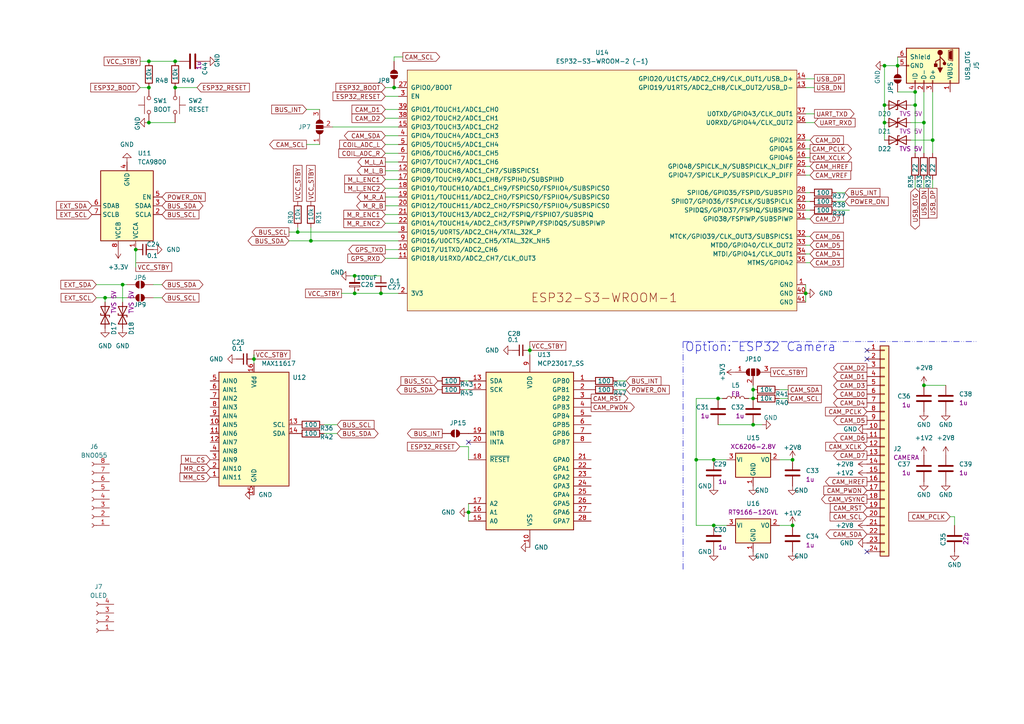
<source format=kicad_sch>
(kicad_sch (version 20250114) (generator "eeschema") (generator_version "9.0")
  (paper "A4")
  (text "Power Down Mode \ndatasheet quote:\n\nTo initiate hardware \npower-down, \nthe PWDN pin (pin B6)\nmust be tied to high. \nWhen this occurs, the OV2640\ninternal device clock is halted \nand all internal counters are\nreset. The current draw is less \nthan 15 µA in this standby mode" (at 306.578 94.234 0) (effects (font (size 1.27 1.27)) (justify left bottom)))
  (text "Pull-down is included for \nCAM.RST and CAM.PWDN \ninternally. " (at 306.578 67.564 0) (effects (font (size 1.27 1.27)) (justify left bottom)))
  (text "Found in AI-Thinker design, \npurpose is \nyet to be understood" (at 306.578 59.944 0) (effects (font (size 1.27 1.27)) (justify left bottom)))
  (text "Option: ESP32 Camera" (at 198.628 99.314 0) (effects (font (size 2.54 2.54)) (justify left top)))
  (junction (at 218.44 113.03))
  (junction (at 229.87 133.35))
  (junction (at 208.28 115.57))
  (junction (at 207.01 133.35))
  (junction (at 218.44 115.57))
  (junction (at 30.48 86.36))
  (junction (at 135.89 148.59))
  (junction (at 102.87 80.01))
  (junction (at 90.17 69.85))
  (junction (at 267.97 35.56))
  (junction (at 50.8 17.78))
  (junction (at 110.49 85.09))
  (junction (at 256.54 30.48))
  (junction (at 153.67 101.6))
  (junction (at 201.93 133.35))
  (junction (at 270.51 40.64))
  (junction (at 218.44 123.19))
  (junction (at 114.3 25.4))
  (junction (at 207.01 152.4))
  (junction (at 256.54 19.05))
  (junction (at 102.87 85.09))
  (junction (at 265.43 30.48))
  (junction (at 43.18 35.56))
  (junction (at 260.35 19.05))
  (junction (at 267.97 111.76))
  (junction (at 86.36 67.31))
  (junction (at 50.8 25.4))
  (junction (at 233.68 85.09))
  (junction (at 73.66 104.14))
  (junction (at 35.56 82.55))
  (junction (at 229.87 152.4))
  (junction (at 43.18 25.4))
  (junction (at 256.54 35.56))
  (junction (at 39.37 72.39))
  (junction (at 265.43 26.67))
  (junction (at 43.18 17.78))
  (no_connect (at 251.46 160.02))
  (no_connect (at 251.46 104.14))
  (no_connect (at 251.46 101.6))
  (no_connect (at 135.89 128.27))
  (wire (pts (xy 276.86 149.86) (xy 276.86 152.4)))
  (wire (pts (xy 97.79 123.19) (xy 93.98 123.19)))
  (wire (pts (xy 208.28 123.19) (xy 218.44 123.19)))
  (wire (pts (xy 218.44 113.03) (xy 218.44 115.57)))
  (polyline (pts (xy 198.12 99.06) (xy 283.21 99.06)) (stroke (width 0) (type dash_dot_dot)))
  (wire (pts (xy 111.76 39.37) (xy 115.57 39.37)))
  (wire (pts (xy 233.68 68.58) (xy 234.95 68.58)))
  (wire (pts (xy 234.95 55.88) (xy 233.68 55.88)))
  (wire (pts (xy 267.97 26.67) (xy 267.97 35.56)))
  (wire (pts (xy 111.76 52.07) (xy 115.57 52.07)))
  (wire (pts (xy 90.17 66.04) (xy 90.17 69.85)))
  (wire (pts (xy 30.48 86.36) (xy 30.48 87.63)))
  (wire (pts (xy 46.99 86.36) (xy 44.45 86.36)))
  (wire (pts (xy 201.93 133.35) (xy 201.93 152.4)))
  (wire (pts (xy 256.54 30.48) (xy 256.54 35.56)))
  (wire (pts (xy 40.64 25.4) (xy 43.18 25.4)))
  (wire (pts (xy 236.22 33.02) (xy 233.68 33.02)))
  (polyline (pts (xy 198.12 165.1) (xy 198.12 99.06)) (stroke (width 0) (type dash_dot_dot)))
  (wire (pts (xy 114.3 25.4) (xy 111.76 25.4)))
  (wire (pts (xy 226.06 152.4) (xy 229.87 152.4)))
  (wire (pts (xy 207.01 133.35) (xy 210.82 133.35)))
  (wire (pts (xy 234.95 60.96) (xy 233.68 60.96)))
  (wire (pts (xy 46.99 82.55) (xy 44.45 82.55)))
  (wire (pts (xy 86.36 66.04) (xy 86.36 67.31)))
  (wire (pts (xy 267.97 111.76) (xy 274.32 111.76)))
  (wire (pts (xy 228.6 113.03) (xy 226.06 113.03)))
  (wire (pts (xy 153.67 101.6) (xy 153.67 102.87)))
  (wire (pts (xy 115.57 25.4) (xy 114.3 25.4)))
  (wire (pts (xy 181.61 113.03) (xy 179.07 113.03)))
  (wire (pts (xy 256.54 35.56) (xy 256.54 40.64)))
  (wire (pts (xy 153.67 100.33) (xy 153.67 101.6)))
  (wire (pts (xy 233.68 48.26) (xy 234.95 48.26)))
  (wire (pts (xy 111.76 74.93) (xy 115.57 74.93)))
  (wire (pts (xy 236.22 25.4) (xy 233.68 25.4)))
  (wire (pts (xy 101.6 80.01) (xy 102.87 80.01)))
  (wire (pts (xy 267.97 52.07) (xy 267.97 54.61)))
  (wire (pts (xy 50.8 25.4) (xy 57.15 25.4)))
  (wire (pts (xy 236.22 22.86) (xy 233.68 22.86)))
  (wire (pts (xy 270.51 26.67) (xy 270.51 40.64)))
  (wire (pts (xy 50.8 17.78) (xy 52.07 17.78)))
  (wire (pts (xy 88.9 31.75) (xy 92.71 31.75)))
  (wire (pts (xy 265.43 30.48) (xy 264.16 30.48)))
  (wire (pts (xy 43.18 35.56) (xy 50.8 35.56)))
  (wire (pts (xy 233.68 63.5) (xy 234.95 63.5)))
  (wire (pts (xy 201.93 133.35) (xy 207.01 133.35)))
  (wire (pts (xy 201.93 115.57) (xy 201.93 133.35)))
  (wire (pts (xy 35.56 82.55) (xy 35.56 87.63)))
  (wire (pts (xy 111.76 31.75) (xy 115.57 31.75)))
  (wire (pts (xy 256.54 19.05) (xy 260.35 19.05)))
  (wire (pts (xy 111.76 46.99) (xy 115.57 46.99)))
  (wire (pts (xy 111.76 44.45) (xy 115.57 44.45)))
  (wire (pts (xy 229.87 133.35) (xy 226.06 133.35)))
  (wire (pts (xy 233.68 85.09) (xy 233.68 87.63)))
  (wire (pts (xy 265.43 44.45) (xy 265.43 30.48)))
  (wire (pts (xy 217.17 115.57) (xy 218.44 115.57)))
  (wire (pts (xy 135.89 146.05) (xy 135.89 148.59)))
  (wire (pts (xy 83.82 69.85) (xy 90.17 69.85)))
  (wire (pts (xy 135.89 129.54) (xy 135.89 133.35)))
  (wire (pts (xy 233.68 73.66) (xy 234.95 73.66)))
  (wire (pts (xy 228.6 115.57) (xy 226.06 115.57)))
  (wire (pts (xy 27.94 86.36) (xy 30.48 86.36)))
  (wire (pts (xy 134.62 110.49) (xy 135.89 110.49)))
  (wire (pts (xy 275.59 149.86) (xy 276.86 149.86)))
  (wire (pts (xy 102.87 85.09) (xy 110.49 85.09)))
  (wire (pts (xy 27.94 82.55) (xy 35.56 82.55)))
  (wire (pts (xy 233.68 71.12) (xy 234.95 71.12)))
  (wire (pts (xy 233.68 76.2) (xy 234.95 76.2)))
  (wire (pts (xy 270.51 52.07) (xy 270.51 54.61)))
  (wire (pts (xy 134.62 113.03) (xy 135.89 113.03)))
  (wire (pts (xy 111.76 57.15) (xy 115.57 57.15)))
  (wire (pts (xy 35.56 82.55) (xy 36.83 82.55)))
  (wire (pts (xy 209.55 115.57) (xy 208.28 115.57)))
  (wire (pts (xy 220.98 123.19) (xy 218.44 123.19)))
  (wire (pts (xy 111.76 64.77) (xy 115.57 64.77)))
  (wire (pts (xy 90.17 69.85) (xy 115.57 69.85)))
  (wire (pts (xy 97.79 125.73) (xy 93.98 125.73)))
  (wire (pts (xy 270.51 40.64) (xy 270.51 44.45)))
  (wire (pts (xy 242.57 55.88) (xy 245.11 55.88)))
  (wire (pts (xy 256.54 19.05) (xy 256.54 30.48)))
  (wire (pts (xy 236.22 35.56) (xy 233.68 35.56)))
  (wire (pts (xy 86.36 67.31) (xy 115.57 67.31)))
  (wire (pts (xy 133.35 129.54) (xy 135.89 129.54)))
  (wire (pts (xy 73.66 104.14) (xy 73.66 105.41)))
  (wire (pts (xy 73.66 102.87) (xy 73.66 104.14)))
  (wire (pts (xy 135.89 148.59) (xy 135.89 151.13)))
  (wire (pts (xy 208.28 115.57) (xy 201.93 115.57)))
  (wire (pts (xy 181.61 110.49) (xy 179.07 110.49)))
  (wire (pts (xy 201.93 152.4) (xy 207.01 152.4)))
  (wire (pts (xy 116.84 16.51) (xy 114.3 16.51)))
  (wire (pts (xy 267.97 35.56) (xy 264.16 35.56)))
  (wire (pts (xy 234.95 58.42) (xy 233.68 58.42)))
  (wire (pts (xy 111.76 54.61) (xy 115.57 54.61)))
  (wire (pts (xy 233.68 82.55) (xy 233.68 85.09)))
  (wire (pts (xy 99.06 85.09) (xy 102.87 85.09)))
  (wire (pts (xy 43.18 17.78) (xy 50.8 17.78)))
  (wire (pts (xy 270.51 40.64) (xy 264.16 40.64)))
  (wire (pts (xy 218.44 111.76) (xy 218.44 113.03)))
  (wire (pts (xy 114.3 16.51) (xy 114.3 17.78)))
  (wire (pts (xy 88.9 41.91) (xy 92.71 41.91)))
  (wire (pts (xy 233.68 50.8) (xy 234.95 50.8)))
  (wire (pts (xy 111.76 62.23) (xy 115.57 62.23)))
  (wire (pts (xy 40.64 17.78) (xy 43.18 17.78)))
  (wire (pts (xy 111.76 49.53) (xy 115.57 49.53)))
  (wire (pts (xy 233.68 40.64) (xy 234.95 40.64)))
  (wire (pts (xy 233.68 45.72) (xy 234.95 45.72)))
  (wire (pts (xy 265.43 26.67) (xy 260.35 26.67)))
  (wire (pts (xy 265.43 26.67) (xy 265.43 30.48)))
  (wire (pts (xy 96.52 36.83) (xy 115.57 36.83)))
  (wire (pts (xy 111.76 34.29) (xy 115.57 34.29)))
  (wire (pts (xy 83.82 67.31) (xy 86.36 67.31)))
  (wire (pts (xy 267.97 35.56) (xy 267.97 44.45)))
  (wire (pts (xy 39.37 77.47) (xy 39.37 72.39)))
  (wire (pts (xy 102.87 80.01) (xy 110.49 80.01)))
  (wire (pts (xy 233.68 43.18) (xy 234.95 43.18)))
  (wire (pts (xy 111.76 72.39) (xy 115.57 72.39)))
  (wire (pts (xy 207.01 152.4) (xy 210.82 152.4)))
  (wire (pts (xy 30.48 86.36) (xy 36.83 86.36)))
  (wire (pts (xy 110.49 85.09) (xy 115.57 85.09)))
  (wire (pts (xy 265.43 52.07) (xy 265.43 54.61)))
  (wire (pts (xy 111.76 59.69) (xy 115.57 59.69)))
  (wire (pts (xy 260.35 16.51) (xy 260.35 19.05)))
  (wire (pts (xy 111.76 27.94) (xy 115.57 27.94)))
  (wire (pts (xy 111.76 41.91) (xy 115.57 41.91)))
  (wire (pts (xy 242.57 60.96) (xy 246.38 60.96)))
  (wire (pts (xy 242.57 58.42) (xy 245.11 58.42)))
  (global_label "CAM_PCLK" (shape input) (at 251.46 119.38 180) (property "Intersheetrefs" "${INTERSHEET_REFS}" (effects (hide yes))))
  (global_label "UART_RXD" (shape input) (at 236.22 35.56 0) (property "Intersheetrefs" "${INTERSHEET_REFS}" (effects (hide yes))))
  (global_label "CAM_SDA" (shape bidirectional) (at 111.76 39.37 180) (property "Intersheetrefs" "${INTERSHEET_REFS}" (effects (hide yes))))
  (global_label "ESP32_BOOT" (shape input) (at 40.64 25.4 180) (property "Intersheetrefs" "${INTERSHEET_REFS}" (effects (hide yes))))
  (global_label "BUS_SCL" (shape input) (at 46.99 86.36 0) (property "Intersheetrefs" "${INTERSHEET_REFS}" (effects (hide yes))))
  (global_label "M_R_ENC2" (shape input) (at 111.76 64.77 180) (property "Intersheetrefs" "${INTERSHEET_REFS}" (effects (hide yes))))
  (global_label "COIL_ADC_L" (shape input) (at 111.76 41.91 180) (property "Intersheetrefs" "${INTERSHEET_REFS}" (effects (hide yes))))
  (global_label "VCC_STBY" (shape passive) (at 39.37 77.47 0) (property "Intersheetrefs" "${INTERSHEET_REFS}" (effects (hide yes))))
  (global_label "BUS_SCL" (shape output) (at 83.82 67.31 180) (property "Intersheetrefs" "${INTERSHEET_REFS}" (effects (hide yes))))
  (global_label "VCC_STBY" (shape passive) (at 90.17 58.42 90) (property "Intersheetrefs" "${INTERSHEET_REFS}" (effects (hide yes))))
  (global_label "VCC_STBY" (shape passive) (at 86.36 58.42 90) (property "Intersheetrefs" "${INTERSHEET_REFS}" (effects (hide yes))))
  (global_label "EXT_SCL" (shape input) (at 26.67 62.23 180) (property "Intersheetrefs" "${INTERSHEET_REFS}" (effects (hide yes))))
  (global_label "M_L_A" (shape output) (at 111.76 46.99 180) (property "Intersheetrefs" "${INTERSHEET_REFS}" (effects (hide yes))))
  (global_label "BUS_SDA" (shape bidirectional) (at 97.79 125.73 0) (property "Intersheetrefs" "${INTERSHEET_REFS}" (effects (hide yes))))
  (global_label "M_R_A" (shape output) (at 111.76 57.15 180) (property "Intersheetrefs" "${INTERSHEET_REFS}" (effects (hide yes))))
  (global_label "M_R_B" (shape output) (at 111.76 59.69 180) (property "Intersheetrefs" "${INTERSHEET_REFS}" (effects (hide yes))))
  (global_label "CAM_PCLK" (shape input) (at 275.59 149.86 180) (property "Intersheetrefs" "${INTERSHEET_REFS}" (effects (hide yes))))
  (global_label "M_R_ENC1" (shape input) (at 111.76 62.23 180) (property "Intersheetrefs" "${INTERSHEET_REFS}" (effects (hide yes))))
  (global_label "CAM_D7" (shape output) (at 251.46 132.08 180) (property "Intersheetrefs" "${INTERSHEET_REFS}" (effects (hide yes))))
  (global_label "GPS_RXD" (shape input) (at 111.76 74.93 180) (property "Intersheetrefs" "${INTERSHEET_REFS}" (effects (hide yes))))
  (global_label "BUS_SCL" (shape input) (at 46.99 62.23 0) (property "Intersheetrefs" "${INTERSHEET_REFS}" (effects (hide yes))))
  (global_label "CAM_D6" (shape output) (at 251.46 127 180) (property "Intersheetrefs" "${INTERSHEET_REFS}" (effects (hide yes))))
  (global_label "CAM_SDA" (shape bidirectional) (at 251.46 154.94 180) (property "Intersheetrefs" "${INTERSHEET_REFS}" (effects (hide yes))))
  (global_label "COIL_ADC_R" (shape input) (at 111.76 44.45 180) (property "Intersheetrefs" "${INTERSHEET_REFS}" (effects (hide yes))))
  (global_label "CAM_RST" (shape output) (at 171.45 115.57 0) (property "Intersheetrefs" "${INTERSHEET_REFS}" (effects (hide yes))))
  (global_label "CAM_SCL" (shape passive) (at 228.6 115.57 0) (property "Intersheetrefs" "${INTERSHEET_REFS}" (effects (hide yes))))
  (global_label "UART_TXD" (shape output) (at 236.22 33.02 0) (property "Intersheetrefs" "${INTERSHEET_REFS}" (effects (hide yes))))
  (global_label "USB_DP" (shape passive) (at 270.51 54.61 270) (property "Intersheetrefs" "${INTERSHEET_REFS}" (effects (hide yes))))
  (global_label "CAM_PCLK" (shape output) (at 234.95 43.18 0) (property "Intersheetrefs" "${INTERSHEET_REFS}" (effects (hide yes))))
  (global_label "USB_DN" (shape passive) (at 236.22 25.4 0) (property "Intersheetrefs" "${INTERSHEET_REFS}" (effects (hide yes))))
  (global_label "POWER_ON" (shape input) (at 181.61 113.03 0) (property "Intersheetrefs" "${INTERSHEET_REFS}" (effects (hide yes))))
  (global_label "CAM_D6" (shape input) (at 234.95 68.58 0) (property "Intersheetrefs" "${INTERSHEET_REFS}" (effects (hide yes))))
  (global_label "CAM_SCL" (shape input) (at 251.46 149.86 180) (property "Intersheetrefs" "${INTERSHEET_REFS}" (effects (hide yes))))
  (global_label "ML_CS" (shape input) (at 60.96 133.35 180) (property "Intersheetrefs" "${INTERSHEET_REFS}" (effects (hide yes))))
  (global_label "ESP32_RESET" (shape input) (at 133.35 129.54 180) (property "Intersheetrefs" "${INTERSHEET_REFS}" (effects (hide yes))))
  (global_label "EXT_SCL" (shape input) (at 27.94 86.36 180) (property "Intersheetrefs" "${INTERSHEET_REFS}" (effects (hide yes))))
  (global_label "M_L_ENC2" (shape input) (at 111.76 54.61 180) (property "Intersheetrefs" "${INTERSHEET_REFS}" (effects (hide yes))))
  (global_label "CAM_RST" (shape input) (at 251.46 147.32 180) (property "Intersheetrefs" "${INTERSHEET_REFS}" (effects (hide yes))))
  (global_label "CAM_D4" (shape output) (at 251.46 116.84 180) (property "Intersheetrefs" "${INTERSHEET_REFS}" (effects (hide yes))))
  (global_label "CAM_D7" (shape input) (at 234.95 63.5 0) (property "Intersheetrefs" "${INTERSHEET_REFS}" (effects (hide yes))))
  (global_label "CAM_D3" (shape input) (at 234.95 76.2 0) (property "Intersheetrefs" "${INTERSHEET_REFS}" (effects (hide yes))))
  (global_label "CAM_VSYNC" (shape output) (at 251.46 144.78 180) (property "Intersheetrefs" "${INTERSHEET_REFS}" (effects (hide yes))))
  (global_label "MM_CS" (shape input) (at 60.96 138.43 180) (property "Intersheetrefs" "${INTERSHEET_REFS}" (effects (hide yes))))
  (global_label "CAM_D5" (shape output) (at 251.46 121.92 180) (property "Intersheetrefs" "${INTERSHEET_REFS}" (effects (hide yes))))
  (global_label "VCC_STBY" (shape passive) (at 40.64 17.78 180) (property "Intersheetrefs" "${INTERSHEET_REFS}" (effects (hide yes))))
  (global_label "CAM_D1" (shape output) (at 251.46 109.22 180) (property "Intersheetrefs" "${INTERSHEET_REFS}" (effects (hide yes))))
  (global_label "BUS_SDA" (shape bidirectional) (at 46.99 82.55 0) (property "Intersheetrefs" "${INTERSHEET_REFS}" (effects (hide yes))))
  (global_label "GPS_TXD" (shape output) (at 111.76 72.39 180) (property "Intersheetrefs" "${INTERSHEET_REFS}" (effects (hide yes))))
  (global_label "BUS_SDA" (shape bidirectional) (at 46.99 59.69 0) (property "Intersheetrefs" "${INTERSHEET_REFS}" (effects (hide yes))))
  (global_label "CAM_SDA" (shape passive) (at 228.6 113.03 0) (property "Intersheetrefs" "${INTERSHEET_REFS}" (effects (hide yes))))
  (global_label "CAM_D0" (shape output) (at 251.46 114.3 180) (property "Intersheetrefs" "${INTERSHEET_REFS}" (effects (hide yes))))
  (global_label "BUS_SDA" (shape bidirectional) (at 83.82 69.85 180) (property "Intersheetrefs" "${INTERSHEET_REFS}" (effects (hide yes))))
  (global_label "CAM_PWDN" (shape output) (at 171.45 118.11 0) (property "Intersheetrefs" "${INTERSHEET_REFS}" (effects (hide yes))))
  (global_label "CAM_XCLK" (shape output) (at 234.95 45.72 0) (property "Intersheetrefs" "${INTERSHEET_REFS}" (effects (hide yes))))
  (global_label "BUS_SDA" (shape bidirectional) (at 127 113.03 180) (property "Intersheetrefs" "${INTERSHEET_REFS}" (effects (hide yes))))
  (global_label "CAM_D0" (shape input) (at 234.95 40.64 0) (property "Intersheetrefs" "${INTERSHEET_REFS}" (effects (hide yes))))
  (global_label "USB_DP" (shape passive) (at 236.22 22.86 0) (property "Intersheetrefs" "${INTERSHEET_REFS}" (effects (hide yes))))
  (global_label "BUS_INT" (shape output) (at 128.27 125.73 180) (property "Intersheetrefs" "${INTERSHEET_REFS}" (effects (hide yes))))
  (global_label "EXT_SDA" (shape input) (at 26.67 59.69 180) (property "Intersheetrefs" "${INTERSHEET_REFS}" (effects (hide yes))))
  (global_label "CAM_SCL" (shape output) (at 116.84 16.51 0) (property "Intersheetrefs" "${INTERSHEET_REFS}" (effects (hide yes))))
  (global_label "CAM_PWDN" (shape input) (at 251.46 142.24 180) (property "Intersheetrefs" "${INTERSHEET_REFS}" (effects (hide yes))))
  (global_label "M_L_B" (shape output) (at 111.76 49.53 180) (property "Intersheetrefs" "${INTERSHEET_REFS}" (effects (hide yes))))
  (global_label "CAM_HREF" (shape input) (at 234.95 48.26 0) (property "Intersheetrefs" "${INTERSHEET_REFS}" (effects (hide yes))))
  (global_label "CAM_HREF" (shape output) (at 251.46 139.7 180) (property "Intersheetrefs" "${INTERSHEET_REFS}" (effects (hide yes))))
  (global_label "ESP32_RESET" (shape input) (at 111.76 27.94 180) (property "Intersheetrefs" "${INTERSHEET_REFS}" (effects (hide yes))))
  (global_label "ESP32_RESET" (shape input) (at 57.15 25.4 0) (property "Intersheetrefs" "${INTERSHEET_REFS}" (effects (hide yes))))
  (global_label "MR_CS" (shape input) (at 60.96 135.89 180) (property "Intersheetrefs" "${INTERSHEET_REFS}" (effects (hide yes))))
  (global_label "CAM_SCL" (shape output) (at 88.9 41.91 180) (property "Intersheetrefs" "${INTERSHEET_REFS}" (effects (hide yes))))
  (global_label "USB_OTG" (shape bidirectional) (at 265.43 54.61 270) (property "Intersheetrefs" "${INTERSHEET_REFS}" (effects (hide yes))))
  (global_label "BUS_INT" (shape input) (at 88.9 31.75 180) (property "Intersheetrefs" "${INTERSHEET_REFS}" (effects (hide yes))))
  (global_label "POWER_ON" (shape input) (at 46.99 57.15 0) (property "Intersheetrefs" "${INTERSHEET_REFS}" (effects (hide yes))))
  (global_label "CAM_D4" (shape input) (at 234.95 73.66 0) (property "Intersheetrefs" "${INTERSHEET_REFS}" (effects (hide yes))))
  (global_label "CAM_XCLK" (shape input) (at 251.46 129.54 180) (property "Intersheetrefs" "${INTERSHEET_REFS}" (effects (hide yes))))
  (global_label "EXT_SDA" (shape input) (at 27.94 82.55 180) (property "Intersheetrefs" "${INTERSHEET_REFS}" (effects (hide yes))))
  (global_label "ESP32_BOOT" (shape input) (at 111.76 25.4 180) (property "Intersheetrefs" "${INTERSHEET_REFS}" (effects (hide yes))))
  (global_label "BUS_SCL" (shape input) (at 97.79 123.19 0) (property "Intersheetrefs" "${INTERSHEET_REFS}" (effects (hide yes))))
  (global_label "CAM_D2" (shape output) (at 251.46 106.68 180) (property "Intersheetrefs" "${INTERSHEET_REFS}" (effects (hide yes))))
  (global_label "POWER_ON" (shape input) (at 245.11 58.42 0) (property "Intersheetrefs" "${INTERSHEET_REFS}" (effects (hide yes))))
  (global_label "BUS_SCL" (shape input) (at 127 110.49 180) (property "Intersheetrefs" "${INTERSHEET_REFS}" (effects (hide yes))))
  (global_label "VCC_STBY" (shape passive) (at 73.66 102.87 0) (property "Intersheetrefs" "${INTERSHEET_REFS}" (effects (hide yes))))
  (global_label "BUS_INT" (shape input) (at 181.61 110.49 0) (property "Intersheetrefs" "${INTERSHEET_REFS}" (effects (hide yes))))
  (global_label "M_L_ENC1" (shape input) (at 111.76 52.07 180) (property "Intersheetrefs" "${INTERSHEET_REFS}" (effects (hide yes))))
  (global_label "VCC_STBY" (shape passive) (at 99.06 85.09 180) (property "Intersheetrefs" "${INTERSHEET_REFS}" (effects (hide yes))))
  (global_label "CAM_D2" (shape input) (at 111.76 34.29 180) (property "Intersheetrefs" "${INTERSHEET_REFS}" (effects (hide yes))))
  (global_label "VCC_STBY" (shape passive) (at 223.52 107.95 0) (property "Intersheetrefs" "${INTERSHEET_REFS}" (effects (hide yes))))
  (global_label "CAM_D1" (shape input) (at 111.76 31.75 180) (property "Intersheetrefs" "${INTERSHEET_REFS}" (effects (hide yes))))
  (global_label "VCC_STBY" (shape passive) (at 153.67 100.33 0) (property "Intersheetrefs" "${INTERSHEET_REFS}" (effects (hide yes))))
  (global_label "CAM_D5" (shape input) (at 234.95 71.12 0) (property "Intersheetrefs" "${INTERSHEET_REFS}" (effects (hide yes))))
  (global_label "USB_DN" (shape passive) (at 267.97 54.61 270) (property "Intersheetrefs" "${INTERSHEET_REFS}" (effects (hide yes))))
  (global_label "CAM_D3" (shape output) (at 251.46 111.76 180) (property "Intersheetrefs" "${INTERSHEET_REFS}" (effects (hide yes))))
  (global_label "CAM_VREF" (shape input) (at 234.95 50.8 0) (property "Intersheetrefs" "${INTERSHEET_REFS}" (effects (hide yes))))
  (global_label "BUS_INT" (shape input) (at 245.11 55.88 0) (property "Intersheetrefs" "${INTERSHEET_REFS}" (effects (hide yes))))
  (symbol (lib_id "Device:R") (at 238.76 55.88 270) (unit 1)
    (property "Reference" "R37" (at 243.332 56.896 90))
    (property "Value" "100" (at 238.76 55.88 90))
    (property "Footprint" "Resistor_SMD:R_0805_2012Metric" (effects (hide yes)))
    (property "Description" "Resistor" (effects (hide yes)))
  )
  (symbol (lib_id "Device:C_Small") (at 110.49 82.55 0) (unit 1)
    (property "Reference" "C27" (at 114.3 83.312 0))
    (property "Value" "0.1" (at 114.554 81.534 0))
    (property "Description" "Unpolarized capacitor, small symbol" (effects (hide yes)))
  )
  (symbol (lib_id "power:GND") (at 251.46 157.48 270) (mirror x) (unit 1)
    (property "Reference" "#PWR048" (effects (hide yes)))
    (property "Value" "GND" (at 247.65 157.4799 90) (effects (justify right)))
    (property "Description" "Power symbol creates a global label with name \"GND\" , ground" (effects (hide yes)))
  )
  (symbol (lib_id "power:+2V8") (at 251.46 152.4 90) (mirror x) (unit 1)
    (property "Reference" "#PWR047" (effects (hide yes)))
    (property "Value" "+2V8" (at 247.65 152.3999 90) (effects (justify left)))
    (property "Description" "Power symbol creates a global label with name \"+2V8\"" (effects (hide yes)))
  )
  (symbol (lib_id "Device:R") (at 90.17 62.23 0) (unit 1)
    (property "Reference" "R31" (at 92.456 65.024 90) (effects (justify left)))
    (property "Value" "10k" (at 90.17 64.008 90) (effects (justify left)))
    (property "Footprint" "Resistor_SMD:R_0805_2012Metric" (effects (hide yes)))
    (property "Description" "Resistor" (effects (hide yes)))
  )
  (symbol (lib_id "00-kiml-capacitors-smd:1u_0402_CL05A105KA5NQNC") (at 55.88 17.78 90) (unit 1)
    (property "Reference" "C44" (at 59.436 21.844 0) (effects (justify left)))
    (property "Value" "10u_0402_CL05A105KA5NQNC" (effects (hide yes)))
    (property "Footprint" "Capacitor_SMD:C_0402_1005Metric" (effects (hide yes)))
    (property "Datasheet" "https://datasheet.lcsc.com/lcsc/1811091611_Samsung-Electro-Mechanics-CL05A105KA5NQNC_C52923.pdf" (effects (hide yes)))
    (property "Description" "25V 1uF X5R ±10% 0402 Multilayer Ceramic Capacitors MLCC" (effects (hide yes)))
    (property "UserValue" "1u" (at 57.658 20.32 0) (effects (justify left)))
    (property "MFR" "Samsung" (effects (hide yes)))
    (property "MPN" "CL05A105KA5NQNC" (effects (hide yes)))
    (property "SPL1" "JLCPCB" (effects (hide yes)))
    (property "SPN1" "C52923" (effects (hide yes)))
    (property "LNK1" "https://jlcpcb.com/partdetail/53938-CL05A105KA5NQNC/C52923" (effects (hide yes)))
    (property "SNB1" "Basic Part" (effects (hide yes)))
    (property "Tolerance" "10%" (effects (hide yes)))
    (property "Rating" "25V" (effects (hide yes)))
  )
  (symbol (lib_id "power:GND") (at 73.66 143.51 270) (unit 1)
    (property "Reference" "#PWR028" (effects (hide yes)))
    (property "Value" "GND" (at 74.93 143.5099 90) (effects (justify left)))
  )
  (symbol (lib_id "power:GND") (at 229.87 160.02 0) (unit 1)
    (property "Reference" "#PWR041" (effects (hide yes)))
    (property "Value" "GND" (at 232.41 161.29 0))
    (property "Description" "Power symbol creates a global label with name \"GND\" , ground" (effects (hide yes)))
  )
  (symbol (lib_id "Device:C_Polarized_Small") (at 102.87 82.55 180) (unit 1)
    (property "Reference" "C26" (at 108.458 82.55 0) (effects (justify left)))
    (property "Value" "100uF" (at 109.474 80.518 0) (effects (justify left)))
    (property "Description" "Polarized capacitor, small symbol" (effects (hide yes)))
  )
  (symbol (lib_id "power:GND") (at 207.01 160.02 0) (unit 1)
    (property "Reference" "#PWR033" (effects (hide yes)))
    (property "Value" "GND" (at 204.47 160.02 0))
    (property "Description" "Power symbol creates a global label with name \"GND\" , ground" (effects (hide yes)))
  )
  (symbol (lib_id "Device:R") (at 90.17 123.19 270) (unit 1)
    (property "Reference" "R36" (at 94.742 124.206 90))
    (property "Value" "100" (at 90.17 123.19 90))
    (property "Footprint" "Resistor_SMD:R_0805_2012Metric" (effects (hide yes)))
    (property "Description" "Resistor" (effects (hide yes)))
  )
  (symbol (lib_id "power:GND") (at 44.45 72.39 90) (unit 1)
    (property "Reference" "#PWR025" (effects (hide yes)))
    (property "Value" "GND" (at 48.26 72.3899 90) (effects (justify right)))
  )
  (symbol (lib_id "00-kiml-capacitors-smd:1u_0402_CL05A105KA5NQNC") (at 218.44 119.38 0) (unit 1)
    (property "Reference" "C32" (at 215.9 118.11 0) (effects (justify right)))
    (property "Value" "10u_0402_CL05A105KA5NQNC" (effects (hide yes)))
    (property "Footprint" "Capacitor_SMD:C_0402_1005Metric" (effects (hide yes)))
    (property "Datasheet" "https://datasheet.lcsc.com/lcsc/1811091611_Samsung-Electro-Mechanics-CL05A105KA5NQNC_C52923.pdf" (effects (hide yes)))
    (property "Description" "25V 1uF X5R ±10% 0402 Multilayer Ceramic Capacitors MLCC" (effects (hide yes)))
    (property "UserValue" "1u" (at 215.9 120.65 0) (effects (justify right)))
    (property "MFR" "Samsung" (effects (hide yes)))
    (property "MPN" "CL05A105KA5NQNC" (effects (hide yes)))
    (property "SPL1" "JLCPCB" (effects (hide yes)))
    (property "SPN1" "C52923" (effects (hide yes)))
    (property "LNK1" "https://jlcpcb.com/partdetail/53938-CL05A105KA5NQNC/C52923" (effects (hide yes)))
    (property "SNB1" "Basic Part" (effects (hide yes)))
    (property "Rating" "25V" (effects (hide yes)))
    (property "Tolerance" "10%" (effects (hide yes)))
  )
  (symbol (lib_id "Device:C_Small") (at 41.91 72.39 90) (unit 1)
    (property "Reference" "C24" (at 44.45 70.866 90))
    (property "Value" "0.1" (at 44.196 74.168 90))
    (property "Description" "Unpolarized capacitor, small symbol" (effects (hide yes)))
  )
  (symbol (lib_id "Jumper:SolderJumper_3_Open") (at 303.53 27.94 0) (unit 1) (in_bom no)
    (property "Reference" "JP11" (at 303.53 24.13 0))
    (property "Value" "SolderJumper_3_Open" (effects (hide yes)))
    (property "Description" "Solder Jumper, 3-pole, open" (effects (hide yes)))
  )
  (symbol (lib_id "power:GND") (at 207.01 140.97 0) (unit 1)
    (property "Reference" "#PWR032" (effects (hide yes)))
    (property "Value" "GND" (at 204.47 140.97 0))
    (property "Description" "Power symbol creates a global label with name \"GND\" , ground" (effects (hide yes)))
  )
  (symbol (lib_id "Device:R") (at 267.97 48.26 0) (unit 1)
    (property "Reference" "R33" (at 266.7 54.61 90) (effects (justify left)))
    (property "Value" "22" (at 267.97 50.038 90) (effects (justify left)))
    (property "Footprint" "Resistor_SMD:R_0805_2012Metric" (effects (hide yes)))
    (property "Description" "Resistor" (effects (hide yes)))
  )
  (symbol (lib_id "00-kiml-capacitors-smd:1u_0402_CL05A105KA5NQNC") (at 207.01 156.21 0) (unit 1)
    (property "Reference" "C30" (at 210.82 153.67 0) (effects (justify right)))
    (property "Value" "10u_0402_CL05A105KA5NQNC" (effects (hide yes)))
    (property "Footprint" "Capacitor_SMD:C_0402_1005Metric" (effects (hide yes)))
    (property "Datasheet" "https://datasheet.lcsc.com/lcsc/1811091611_Samsung-Electro-Mechanics-CL05A105KA5NQNC_C52923.pdf" (effects (hide yes)))
    (property "Description" "25V 1uF X5R ±10% 0402 Multilayer Ceramic Capacitors MLCC" (effects (hide yes)))
    (property "UserValue" "1u" (at 210.82 158.75 0) (effects (justify right)))
    (property "MFR" "Samsung" (effects (hide yes)))
    (property "MPN" "CL05A105KA5NQNC" (effects (hide yes)))
    (property "SPL1" "JLCPCB" (effects (hide yes)))
    (property "SPN1" "C52923" (effects (hide yes)))
    (property "LNK1" "https://jlcpcb.com/partdetail/53938-CL05A105KA5NQNC/C52923" (effects (hide yes)))
    (property "SNB1" "Basic Part" (effects (hide yes)))
    (property "Rating" "25V" (effects (hide yes)))
    (property "Tolerance" "10%" (effects (hide yes)))
  )
  (symbol (lib_id "00-kiml-capacitors-smd:1u_0402_CL05A105KA5NQNC") (at 274.32 115.57 180) (unit 1)
    (property "Reference" "C38" (at 278.13 114.2999 0) (effects (justify right)))
    (property "Value" "10u_0402_CL05A105KA5NQNC" (effects (hide yes)))
    (property "Footprint" "Capacitor_SMD:C_0402_1005Metric" (effects (hide yes)))
    (property "Datasheet" "https://datasheet.lcsc.com/lcsc/1811091611_Samsung-Electro-Mechanics-CL05A105KA5NQNC_C52923.pdf" (effects (hide yes)))
    (property "Description" "25V 1uF X5R ±10% 0402 Multilayer Ceramic Capacitors MLCC" (effects (hide yes)))
    (property "UserValue" "1u" (at 278.13 116.8399 0) (effects (justify right)))
    (property "MFR" "Samsung" (effects (hide yes)))
    (property "MPN" "CL05A105KA5NQNC" (effects (hide yes)))
    (property "SPL1" "JLCPCB" (effects (hide yes)))
    (property "SPN1" "C52923" (effects (hide yes)))
    (property "LNK1" "https://jlcpcb.com/partdetail/53938-CL05A105KA5NQNC/C52923" (effects (hide yes)))
    (property "SNB1" "Basic Part" (effects (hide yes)))
    (property "Tolerance" "10%" (effects (hide yes)))
    (property "Rating" "25V" (effects (hide yes)))
  )
  (symbol (lib_id "power:GND") (at 274.32 139.7 0) (unit 1)
    (property "Reference" "#PWR055" (effects (hide yes)))
    (property "Value" "GND" (at 274.32 143.51 0))
    (property "Description" "Power symbol creates a global label with name \"GND\" , ground" (effects (hide yes)))
  )
  (symbol (lib_id "00-kiml-capacitors-smd:1u_0402_CL05A105KA5NQNC") (at 229.87 156.21 0) (unit 1)
    (property "Reference" "C34" (at 233.68 155.575 0) (effects (justify left)))
    (property "Value" "10u_0402_CL05A105KA5NQNC" (effects (hide yes)))
    (property "Footprint" "Capacitor_SMD:C_0402_1005Metric" (effects (hide yes)))
    (property "Datasheet" "https://datasheet.lcsc.com/lcsc/1811091611_Samsung-Electro-Mechanics-CL05A105KA5NQNC_C52923.pdf" (effects (hide yes)))
    (property "Description" "25V 1uF X5R ±10% 0402 Multilayer Ceramic Capacitors MLCC" (effects (hide yes)))
    (property "UserValue" "1u" (at 233.68 158.115 0) (effects (justify left)))
    (property "MFR" "Samsung" (effects (hide yes)))
    (property "MPN" "CL05A105KA5NQNC" (effects (hide yes)))
    (property "SPL1" "JLCPCB" (effects (hide yes)))
    (property "SPN1" "C52923" (effects (hide yes)))
    (property "LNK1" "https://jlcpcb.com/partdetail/53938-CL05A105KA5NQNC/C52923" (effects (hide yes)))
    (property "SNB1" "Basic Part" (effects (hide yes)))
    (property "Rating" "25V" (effects (hide yes)))
    (property "Tolerance" "10%" (effects (hide yes)))
  )
  (symbol (lib_id "Connector:USB_OTG") (at 270.51 19.05 270) (unit 1)
    (property "Reference" "J5" (at 283.21 19.05 0))
    (property "Value" "USB_OTG" (at 280.67 19.05 0))
    (property "Description" "USB mini/micro connector" (effects (hide yes)))
  )
  (symbol (lib_id "Device:R") (at 270.51 48.26 0) (unit 1)
    (property "Reference" "R32" (at 269.24 54.61 90) (effects (justify left)))
    (property "Value" "22" (at 270.51 50.038 90) (effects (justify left)))
    (property "Footprint" "Resistor_SMD:R_0805_2012Metric" (effects (hide yes)))
    (property "Description" "Resistor" (effects (hide yes)))
  )
  (symbol (lib_id "power:+1V2") (at 229.87 152.4 0) (unit 1)
    (property "Reference" "#PWR040" (effects (hide yes)))
    (property "Value" "+1V2" (at 229.87 148.844 0))
    (property "Description" "Power symbol creates a global label with name \"+1V2\"" (effects (hide yes)))
  )
  (symbol (lib_id "power:GND") (at 101.6 80.01 270) (unit 1)
    (property "Reference" "#PWR027" (effects (hide yes)))
    (property "Value" "GND" (at 97.79 78.994 90))
  )
  (symbol (lib_id "Device:R") (at 175.26 113.03 270) (unit 1)
    (property "Reference" "R47" (at 179.832 114.046 90))
    (property "Value" "100" (at 175.26 113.03 90))
    (property "Footprint" "Resistor_SMD:R_0805_2012Metric" (effects (hide yes)))
    (property "Description" "Resistor" (effects (hide yes)))
  )
  (symbol (lib_id "power:GND") (at 276.86 160.02 0) (mirror y) (unit 1)
    (property "Reference" "#PWR043" (effects (hide yes)))
    (property "Value" "GND" (at 276.86 163.83 0))
    (property "Description" "Power symbol creates a global label with name \"GND\" , ground" (effects (hide yes)))
  )
  (symbol (lib_id "Device:R") (at 238.76 58.42 270) (unit 1)
    (property "Reference" "R38" (at 243.332 59.436 90))
    (property "Value" "100" (at 238.76 58.42 90))
    (property "Footprint" "Resistor_SMD:R_0805_2012Metric" (effects (hide yes)))
    (property "Description" "Resistor" (effects (hide yes)))
  )
  (symbol (lib_id "00-kiml-capacitors-smd:1u_0402_CL05A105KA5NQNC") (at 208.28 119.38 0) (unit 1)
    (property "Reference" "C31" (at 205.74 118.11 0) (effects (justify right)))
    (property "Value" "10u_0402_CL05A105KA5NQNC" (effects (hide yes)))
    (property "Footprint" "Capacitor_SMD:C_0402_1005Metric" (effects (hide yes)))
    (property "Datasheet" "https://datasheet.lcsc.com/lcsc/1811091611_Samsung-Electro-Mechanics-CL05A105KA5NQNC_C52923.pdf" (effects (hide yes)))
    (property "Description" "25V 1uF X5R ±10% 0402 Multilayer Ceramic Capacitors MLCC" (effects (hide yes)))
    (property "UserValue" "1u" (at 205.74 120.65 0) (effects (justify right)))
    (property "MFR" "Samsung" (effects (hide yes)))
    (property "MPN" "CL05A105KA5NQNC" (effects (hide yes)))
    (property "SPL1" "JLCPCB" (effects (hide yes)))
    (property "SPN1" "C52923" (effects (hide yes)))
    (property "LNK1" "https://jlcpcb.com/partdetail/53938-CL05A105KA5NQNC/C52923" (effects (hide yes)))
    (property "SNB1" "Basic Part" (effects (hide yes)))
    (property "Rating" "25V" (effects (hide yes)))
    (property "Tolerance" "10%" (effects (hide yes)))
  )
  (symbol (lib_id "Connector:Conn_01x04_Socket") (at 27.94 180.34 180) (unit 1)
    (property "Reference" "J7" (at 28.575 170.18 0))
    (property "Value" "OLED" (at 28.575 172.72 0))
    (property "Description" "Generic connector, single row, 01x04, script generated" (effects (hide yes)))
  )
  (symbol (lib_id "power:GND") (at 251.46 124.46 270) (mirror x) (unit 1)
    (property "Reference" "#PWR044" (effects (hide yes)))
    (property "Value" "GND" (at 246.634 124.46 90))
    (property "Description" "Power symbol creates a global label with name \"GND\" , ground" (effects (hide yes)))
  )
  (symbol (lib_id "Device:C_Small") (at 151.13 101.6 90) (unit 1)
    (property "Reference" "C28" (at 149.098 96.774 90))
    (property "Value" "0.1" (at 148.844 98.552 90))
    (property "Description" "Unpolarized capacitor, small symbol" (effects (hide yes)))
  )
  (symbol (lib_id "power:+2V8") (at 251.46 134.62 90) (mirror x) (unit 1)
    (property "Reference" "#PWR045" (effects (hide yes)))
    (property "Value" "+2V8" (at 247.65 134.6199 90) (effects (justify left)))
    (property "Description" "Power symbol creates a global label with name \"+2V8\"" (effects (hide yes)))
  )
  (symbol (lib_id "power:+3.3V") (at 34.29 72.39 180) (unit 1)
    (property "Reference" "#PWR023" (effects (hide yes)))
    (property "Value" "+3.3V" (at 34.29 77.47 0))
    (property "Description" "Power symbol creates a global label with name \"+3.3V\"" (effects (hide yes)))
  )
  (symbol (lib_id "power:GND") (at 148.59 101.6 270) (unit 1)
    (property "Reference" "#PWR030" (effects (hide yes)))
    (property "Value" "GND" (at 144.78 101.5999 90) (effects (justify right)))
  )
  (symbol (lib_id "Jumper:SolderJumper_2_Open") (at 260.35 22.86 90) (unit 1) (in_bom no)
    (property "Reference" "JP5" (at 258.318 23.622 0) (effects (justify right)))
    (property "Value" "SolderJumper_2_Open" (effects (hide yes)))
    (property "Description" "Solder Jumper, 2-pole, open" (effects (hide yes)))
  )
  (symbol (lib_id "Switch:SW_Push") (at 50.8 30.48 270) (unit 1)
    (property "Reference" "SW2" (at 54.61 29.2099 90) (effects (justify left)))
    (property "Value" "RESET" (at 54.61 31.7499 90) (effects (justify left)))
    (property "Description" "Push button switch, generic, two pins" (effects (hide yes)))
  )
  (symbol (lib_id "Device:R") (at 238.76 60.96 270) (unit 1)
    (property "Reference" "R39" (at 243.332 61.976 90))
    (property "Value" "100" (at 238.76 60.96 90))
    (property "Footprint" "Resistor_SMD:R_0805_2012Metric" (effects (hide yes)))
    (property "Description" "Resistor" (effects (hide yes)))
  )
  (symbol (lib_id "power:GND") (at 30.48 95.25 0) (unit 1)
    (property "Reference" "#PWR059" (effects (hide yes)))
    (property "Value" "GND" (at 30.48 100.33 0))
  )
  (symbol (lib_id "power:+3V3") (at 213.36 107.95 90) (unit 1)
    (property "Reference" "#PWR056" (effects (hide yes)))
    (property "Value" "+3V3" (at 209.55 107.95 0))
    (property "Description" "Power symbol creates a global label with name \"+3V3\"" (effects (hide yes)))
  )
  (symbol (lib_id "Interface:TCA9800") (at 36.83 59.69 180) (unit 1)
    (property "Reference" "U11" (at 39.9481 44.45 0) (effects (justify right)))
    (property "Value" "TCA9800" (at 39.9481 46.99 0) (effects (justify right)))
    (property "Footprint" "Package_SO:VSSOP-8_3x3mm_P0.65mm" (effects (hide yes)))
    (property "Datasheet" "http://www.ti.com/lit/ds/symlink/tca9800.pdf" (effects (hide yes)))
    (property "Description" "Level-Translating I2C Bus Buffer/Repeater 0.54mA Current Source, VSSOP-8" (effects (hide yes)))
  )
  (symbol (lib_id "00-kiml-inductors:FB_2A_0805_220R@100MHz_BLM21PG221SN1D") (at 213.36 115.57 90) (unit 1)
    (property "Reference" "L5" (at 213.36 111.76 90))
    (property "Value" "FB_2A_0805_220R@100MHz_BLM21PG221SN1D" (effects (hide yes)))
    (property "Footprint" "Inductor_SMD:L_0805_2012Metric_Pad1.15x1.40mm_HandSolder" (effects (hide yes)))
    (property "Description" "Inductor 2A 1 45mΩ 220Ω@100MHz ±25% 0805 Ferrite Beads" (effects (hide yes)))
    (property "UserValue" "FB" (at 213.36 114.3 90))
    (property "MFR" "Murata Electronics" (effects (hide yes)))
    (property "MPN" "BLM21PG221SN1D" (effects (hide yes)))
    (property "SPL1" "JLCPCB" (effects (hide yes)))
    (property "SPN1" "C85840" (effects (hide yes)))
    (property "LNK1" "https://jlcpcb.com/partdetail/MurataElectronics-BLM21PG221SN1D/C85840" (effects (hide yes)))
    (property "Rating" "2A" (effects (hide yes)))
  )
  (symbol (lib_id "power:+1V2") (at 251.46 137.16 90) (mirror x) (unit 1)
    (property "Reference" "#PWR046" (effects (hide yes)))
    (property "Value" "+1V2" (at 247.65 137.1599 90) (effects (justify left)))
    (property "Description" "Power symbol creates a global label with name \"+1V2\"" (effects (hide yes)))
  )
  (symbol (lib_id "power:GND") (at 274.32 119.38 0) (unit 1)
    (property "Reference" "#PWR053" (effects (hide yes)))
    (property "Value" "GND" (at 274.32 123.19 0))
    (property "Description" "Power symbol creates a global label with name \"GND\" , ground" (effects (hide yes)))
  )
  (symbol (lib_id "Interface_Expansion:MCP23017_SS") (at 153.67 130.81 0) (unit 1)
    (property "Reference" "U13" (at 155.8133 102.87 0) (effects (justify left)))
    (property "Value" "MCP23017_SS" (at 155.8133 105.41 0) (effects (justify left)))
    (property "Footprint" "Package_SO:SSOP-28_5.3x10.2mm_P0.65mm" (effects (hide yes)))
    (property "Datasheet" "https://ww1.microchip.com/downloads/aemDocuments/documents/APID/ProductDocuments/DataSheets/MCP23017-Data-Sheet-DS20001952.pdf" (effects (hide yes)))
    (property "Description" "16-bit I/O expander, I2C, interrupts, w pull-ups, SSOP-28" (effects (hide yes)))
  )
  (symbol (lib_id "00-kiml-power-protection:SOD-523_BSD5C051L") (at 260.35 30.48 180) (unit 1)
    (property "Reference" "D20" (at 256.54 33.02 0))
    (property "Value" "SOD-523_BSD5C051L" (effects (hide yes)))
    (property "Footprint" "Diode_SMD:D_SOD-523" (effects (hide yes)))
    (property "Datasheet" "https://datasheet.lcsc.com/lcsc/1810161421_BORN-BSD5C051L_C151983.pdf" (effects (hide yes)))
    (property "Description" "3A@8/20us 13V 6V 5V Bi-Directional SOD-523 TVS" (effects (hide yes)))
    (property "UserValue" "TVS 5V" (at 264.16 33.02 0))
    (property "MFR" "BORN" (effects (hide yes)))
    (property "MPN" "BSD5C051L" (effects (hide yes)))
    (property "SPL1" "JLCPCB" (effects (hide yes)))
    (property "SPN1" "C151983" (effects (hide yes)))
    (property "LNK1" "https://jlcpcb.com/partdetail/Born-BSD5C051L/C151983" (effects (hide yes)))
    (property "SNB1" "Extended Part" (effects (hide yes)))
  )
  (symbol (lib_id "power:GND") (at 218.44 160.02 0) (unit 1)
    (property "Reference" "#PWR036" (effects (hide yes)))
    (property "Value" "GND" (at 220.98 161.29 0))
    (property "Description" "Power symbol creates a global label with name \"GND\" , ground" (effects (hide yes)))
  )
  (symbol (lib_id "Device:C_Small") (at 71.12 104.14 90) (unit 1)
    (property "Reference" "C25" (at 69.088 99.314 90))
    (property "Value" "0.1" (at 68.834 101.092 90))
    (property "Description" "Unpolarized capacitor, small symbol" (effects (hide yes)))
  )
  (symbol (lib_id "power:GND") (at 267.97 139.7 0) (unit 1)
    (property "Reference" "#PWR052" (effects (hide yes)))
    (property "Value" "GND" (at 267.97 143.51 0))
    (property "Description" "Power symbol creates a global label with name \"GND\" , ground" (effects (hide yes)))
  )
  (symbol (lib_id "power:GND") (at 135.89 148.59 270) (unit 1)
    (property "Reference" "#PWR029" (effects (hide yes)))
    (property "Value" "GND" (at 132.08 148.5899 90) (effects (justify right)))
  )
  (symbol (lib_id "Device:R") (at 130.81 110.49 270) (unit 1)
    (property "Reference" "R43" (at 135.382 111.506 90))
    (property "Value" "100" (at 130.81 110.49 90))
    (property "Footprint" "Resistor_SMD:R_0805_2012Metric" (effects (hide yes)))
    (property "Description" "Resistor" (effects (hide yes)))
  )
  (symbol (lib_id "00-kiml-power-protection:SOD-523_BSD5C051L") (at 260.35 35.56 180) (unit 1)
    (property "Reference" "D21" (at 256.54 38.1 0))
    (property "Value" "SOD-523_BSD5C051L" (effects (hide yes)))
    (property "Footprint" "Diode_SMD:D_SOD-523" (effects (hide yes)))
    (property "Datasheet" "https://datasheet.lcsc.com/lcsc/1810161421_BORN-BSD5C051L_C151983.pdf" (effects (hide yes)))
    (property "Description" "3A@8/20us 13V 6V 5V Bi-Directional SOD-523 TVS" (effects (hide yes)))
    (property "UserValue" "TVS 5V" (at 264.16 38.1 0))
    (property "MFR" "BORN" (effects (hide yes)))
    (property "MPN" "BSD5C051L" (effects (hide yes)))
    (property "SPL1" "JLCPCB" (effects (hide yes)))
    (property "SPN1" "C151983" (effects (hide yes)))
    (property "LNK1" "https://jlcpcb.com/partdetail/Born-BSD5C051L/C151983" (effects (hide yes)))
    (property "SNB1" "Extended Part" (effects (hide yes)))
  )
  (symbol (lib_id "power:GND") (at 68.58 104.14 270) (unit 1)
    (property "Reference" "#PWR026" (effects (hide yes)))
    (property "Value" "GND" (at 64.77 104.1399 90) (effects (justify right)))
  )
  (symbol (lib_id "Switch:SW_Push") (at 43.18 30.48 90) (unit 1)
    (property "Reference" "SW1" (at 44.45 29.2099 90) (effects (justify right)))
    (property "Value" "BOOT" (at 44.45 31.7499 90) (effects (justify right)))
    (property "Description" "Push button switch, generic, two pins" (effects (hide yes)))
  )
  (symbol (lib_id "power:+2V8") (at 229.87 133.35 0) (unit 1)
    (property "Reference" "#PWR038" (effects (hide yes)))
    (property "Value" "+2V8" (at 229.87 129.794 0))
    (property "Description" "Power symbol creates a global label with name \"+2V8\"" (effects (hide yes)))
  )
  (symbol (lib_id "Device:R") (at 175.26 110.49 270) (unit 1)
    (property "Reference" "R46" (at 179.832 111.506 90))
    (property "Value" "100" (at 175.26 110.49 90))
    (property "Footprint" "Resistor_SMD:R_0805_2012Metric" (effects (hide yes)))
    (property "Description" "Resistor" (effects (hide yes)))
  )
  (symbol (lib_id "power:GND") (at 233.68 85.09 90) (unit 1)
    (property "Reference" "#PWR042" (effects (hide yes)))
    (property "Value" "GND" (at 237.49 85.0899 90) (effects (justify right)))
  )
  (symbol (lib_id "Device:R") (at 265.43 48.26 0) (unit 1)
    (property "Reference" "R35" (at 264.16 54.61 90) (effects (justify left)))
    (property "Value" "22" (at 265.43 50.038 90) (effects (justify left)))
    (property "Footprint" "Resistor_SMD:R_0805_2012Metric" (effects (hide yes)))
    (property "Description" "Resistor" (effects (hide yes)))
  )
  (symbol (lib_id "00-kiml-regulator-linear:RT9166-12GVL") (at 218.44 152.4 0) (unit 1)
    (property "Reference" "U16" (at 218.44 146.05 0))
    (property "Value" "RT9166-12GVL" (effects (hide yes)))
    (property "Footprint" "Package_TO_SOT_SMD:SOT-23" (effects (hide yes)))
    (property "Datasheet" "https://datasheet.lcsc.com/lcsc/1810312311_Richtek-Tech-RT9166-12GVL_C29175.pdf" (effects (hide yes)))
    (property "Description" "55dB@(1kHz) 300mA 230mV@(300mA) Fixed 1.2V SOT-23-3L Linear Voltage Regulators (LDO) ROHS" (effects (hide yes)))
    (property "UserValue" "RT9166-12GVL" (at 218.44 148.59 0))
    (property "MFR" "Richtek Tech" (effects (hide yes)))
    (property "MPN" "RT9166-12GVL" (effects (hide yes)))
    (property "SPL1" "JLCPCB" (effects (hide yes)))
    (property "SPN1" "C29175" (effects (hide yes)))
    (property "SNB1" "Extended Part" (effects (hide yes)))
    (property "LNK1" "https://jlcpcb.com/partdetail/RichtekTech-RT916612GVL/C29175" (effects (hide yes)))
  )
  (symbol (lib_id "power:GND") (at 59.69 17.78 90) (unit 1)
    (property "Reference" "#PWR058" (effects (hide yes)))
    (property "Value" "GND" (at 62.992 17.526 0))
  )
  (symbol (lib_id "00-kiml-capacitors-smd:1u_0402_CL05A105KA5NQNC") (at 274.32 135.89 180) (unit 1)
    (property "Reference" "C39" (at 278.13 134.6199 0) (effects (justify right)))
    (property "Value" "10u_0402_CL05A105KA5NQNC" (effects (hide yes)))
    (property "Footprint" "Capacitor_SMD:C_0402_1005Metric" (effects (hide yes)))
    (property "Datasheet" "https://datasheet.lcsc.com/lcsc/1811091611_Samsung-Electro-Mechanics-CL05A105KA5NQNC_C52923.pdf" (effects (hide yes)))
    (property "Description" "25V 1uF X5R ±10% 0402 Multilayer Ceramic Capacitors MLCC" (effects (hide yes)))
    (property "UserValue" "1u" (at 278.13 137.1599 0) (effects (justify right)))
    (property "MFR" "Samsung" (effects (hide yes)))
    (property "MPN" "CL05A105KA5NQNC" (effects (hide yes)))
    (property "SPL1" "JLCPCB" (effects (hide yes)))
    (property "SPN1" "C52923" (effects (hide yes)))
    (property "LNK1" "https://jlcpcb.com/partdetail/53938-CL05A105KA5NQNC/C52923" (effects (hide yes)))
    (property "SNB1" "Basic Part" (effects (hide yes)))
    (property "Tolerance" "10%" (effects (hide yes)))
    (property "Rating" "25V" (effects (hide yes)))
  )
  (symbol (lib_id "power:GND") (at 267.97 119.38 0) (unit 1)
    (property "Reference" "#PWR050" (effects (hide yes)))
    (property "Value" "GND" (at 267.97 123.19 0))
    (property "Description" "Power symbol creates a global label with name \"GND\" , ground" (effects (hide yes)))
  )
  (symbol (lib_id "Device:R") (at 43.18 21.59 0) (unit 1)
    (property "Reference" "R48" (at 44.958 23.368 0) (effects (justify left)))
    (property "Value" "10k" (at 43.18 23.368 90) (effects (justify left)))
    (property "Footprint" "Resistor_SMD:R_0805_2012Metric" (effects (hide yes)))
    (property "Description" "Resistor" (effects (hide yes)))
  )
  (symbol (lib_id "power:GND") (at 220.98 123.19 90) (unit 1)
    (property "Reference" "#PWR037" (effects (hide yes)))
    (property "Value" "GND" (at 223.52 121.158 90))
    (property "Description" "Power symbol creates a global label with name \"GND\" , ground" (effects (hide yes)))
  )
  (symbol (lib_id "Jumper:SolderJumper_2_Open") (at 114.3 21.59 90) (unit 1) (in_bom no)
    (property "Reference" "JP8" (at 109.474 23.368 90) (effects (justify right)))
    (property "Value" "SolderJumper_2_Open" (effects (hide yes)))
    (property "Description" "Solder Jumper, 2-pole, open" (effects (hide yes)))
  )
  (symbol (lib_id "power:GND") (at 218.44 140.97 0) (unit 1)
    (property "Reference" "#PWR035" (effects (hide yes)))
    (property "Value" "GND" (at 220.98 142.24 0))
    (property "Description" "Power symbol creates a global label with name \"GND\" , ground" (effects (hide yes)))
  )
  (symbol (lib_id "power:GND") (at 43.18 35.56 270) (unit 1)
    (property "Reference" "#PWR057" (effects (hide yes)))
    (property "Value" "GND" (at 39.878 35.814 0))
  )
  (symbol (lib_id "Connector:Conn_01x08_Socket") (at 26.67 144.78 180) (unit 1)
    (property "Reference" "J6" (at 27.305 129.54 0))
    (property "Value" "BNO055" (at 27.305 132.08 0))
    (property "Description" "Generic connector, single row, 01x08, script generated" (effects (hide yes)))
  )
  (symbol (lib_id "00-kiml-capacitors-smd:1u_0402_CL05A105KA5NQNC") (at 267.97 135.89 180) (unit 1)
    (property "Reference" "C37" (at 264.16 134.6199 0) (effects (justify left)))
    (property "Value" "10u_0402_CL05A105KA5NQNC" (effects (hide yes)))
    (property "Footprint" "Capacitor_SMD:C_0402_1005Metric" (effects (hide yes)))
    (property "Datasheet" "https://datasheet.lcsc.com/lcsc/1811091611_Samsung-Electro-Mechanics-CL05A105KA5NQNC_C52923.pdf" (effects (hide yes)))
    (property "Description" "25V 1uF X5R ±10% 0402 Multilayer Ceramic Capacitors MLCC" (effects (hide yes)))
    (property "UserValue" "1u" (at 264.16 137.1599 0) (effects (justify left)))
    (property "MFR" "Samsung" (effects (hide yes)))
    (property "MPN" "CL05A105KA5NQNC" (effects (hide yes)))
    (property "SPL1" "JLCPCB" (effects (hide yes)))
    (property "SPN1" "C52923" (effects (hide yes)))
    (property "LNK1" "https://jlcpcb.com/partdetail/53938-CL05A105KA5NQNC/C52923" (effects (hide yes)))
    (property "SNB1" "Basic Part" (effects (hide yes)))
    (property "Tolerance" "10%" (effects (hide yes)))
    (property "Rating" "25V" (effects (hide yes)))
  )
  (symbol (lib_id "Analog_ADC:MAX11617") (at 73.66 123.19 0) (unit 1)
    (property "Reference" "U12" (at 84.836 109.474 0) (effects (justify left)))
    (property "Value" "MAX11617" (at 75.8033 105.41 0) (effects (justify left)))
    (property "Footprint" "Package_SO:QSOP-16_3.9x4.9mm_P0.635mm" (effects (hide yes)))
    (property "Datasheet" "https://www.mouser.de/datasheet/3/1014/1/MAX11612-MAX11617.pdf" (effects (hide yes)))
    (property "Description" "12-channel single-ended or 6-channel, differential, 12-bit ADC, I2C, 2.048V internal reference, 16-QSOP package" (effects (hide yes)))
  )
  (symbol (lib_id "Device:R") (at 222.25 115.57 90) (unit 1)
    (property "Reference" "R40" (at 226.822 116.84 90))
    (property "Value" "10k" (at 222.25 115.57 90))
    (property "Footprint" "Resistor_SMD:R_0805_2012Metric" (effects (hide yes)))
    (property "Description" "Resistor" (effects (hide yes)))
  )
  (symbol (lib_id "power:GND") (at 36.83 46.99 180) (unit 1)
    (property "Reference" "#PWR024" (effects (hide yes)))
    (property "Value" "GND" (at 36.83 41.91 0))
  )
  (symbol (lib_id "Device:R") (at 130.81 113.03 270) (unit 1)
    (property "Reference" "R45" (at 135.382 114.046 90))
    (property "Value" "100" (at 130.81 113.03 90))
    (property "Footprint" "Resistor_SMD:R_0805_2012Metric" (effects (hide yes)))
    (property "Description" "Resistor" (effects (hide yes)))
  )
  (symbol (lib_id "Jumper:SolderJumper_2_Open") (at 40.64 86.36 0) (unit 1) (in_bom no)
    (property "Reference" "JP9" (at 40.64 88.392 0))
    (property "Value" "SolderJumper_2_Open" (effects (hide yes)))
    (property "Description" "Solder Jumper, 2-pole, open" (effects (hide yes)))
  )
  (symbol (lib_id "00-kiml-capacitors-smd:1u_0402_CL05A105KA5NQNC") (at 267.97 115.57 0) (unit 1)
    (property "Reference" "C36" (at 264.16 114.935 0) (effects (justify right)))
    (property "Value" "10u_0402_CL05A105KA5NQNC" (effects (hide yes)))
    (property "Footprint" "Capacitor_SMD:C_0402_1005Metric" (effects (hide yes)))
    (property "Datasheet" "https://datasheet.lcsc.com/lcsc/1811091611_Samsung-Electro-Mechanics-CL05A105KA5NQNC_C52923.pdf" (effects (hide yes)))
    (property "Description" "25V 1uF X5R ±10% 0402 Multilayer Ceramic Capacitors MLCC" (effects (hide yes)))
    (property "UserValue" "1u" (at 264.16 117.475 0) (effects (justify right)))
    (property "MFR" "Samsung" (effects (hide yes)))
    (property "MPN" "CL05A105KA5NQNC" (effects (hide yes)))
    (property "SPL1" "JLCPCB" (effects (hide yes)))
    (property "SPN1" "C52923" (effects (hide yes)))
    (property "LNK1" "https://jlcpcb.com/partdetail/53938-CL05A105KA5NQNC/C52923" (effects (hide yes)))
    (property "SNB1" "Basic Part" (effects (hide yes)))
    (property "Rating" "25V" (effects (hide yes)))
    (property "Tolerance" "10%" (effects (hide yes)))
  )
  (symbol (lib_id "power:+1V2") (at 267.97 132.08 0) (unit 1)
    (property "Reference" "#PWR051" (effects (hide yes)))
    (property "Value" "+1V2" (at 267.97 127 0))
    (property "Description" "Power symbol creates a global label with name \"+1V2\"" (effects (hide yes)))
  )
  (symbol (lib_id "power:GND") (at 35.56 95.25 0) (unit 1)
    (property "Reference" "#PWR034" (effects (hide yes)))
    (property "Value" "GND" (at 35.56 100.33 0))
  )
  (symbol (lib_id "Jumper:SolderJumper_2_Open") (at 40.64 82.55 0) (unit 1) (in_bom no)
    (property "Reference" "JP6" (at 40.64 80.518 0))
    (property "Value" "SolderJumper_2_Open" (effects (hide yes)))
    (property "Description" "Solder Jumper, 2-pole, open" (effects (hide yes)))
  )
  (symbol (lib_id "00-kiml-connector-fpc-ffc:Conn_01x24_FFC_0.5mm_AFC01-S24FCC-00") (at 256.54 129.54 0) (unit 1)
    (property "Reference" "J2" (at 259.08 130.175 0) (effects (justify left)))
    (property "Value" "Conn_01x24_FFC_0.5mm_AFC01-S24FCC-00" (effects (hide yes)))
    (property "Footprint" "00-kiml-connector-fpc-ffc:Jushuo_AFC01-S24FCC-00_1x24-1MP_P0.50_Horizontal" (effects (hide yes)))
    (property "Datasheet" "https://datasheet.lcsc.com/lcsc/1811021338_JUSHUO-AFC01-S24FCC-00_C262276.pdf" (effects (hide yes)))
    (property "Description" "Clamshell 24 Bottom Contact Surface Mount 0.5mm SMD,P=0.5mm FFC/FPC Connectors ROHS" (effects (hide yes)))
    (property "UserValue" "CAMERA" (at 259.08 132.715 0) (effects (justify left)))
    (property "MFR" "JUSHUO" (effects (hide yes)))
    (property "MPN" "AFC01-S24FCC-00" (effects (hide yes)))
    (property "SPL1" "JLCPCB" (effects (hide yes)))
    (property "SPN1" "C262276" (effects (hide yes)))
    (property "LNK1" "https://jlcpcb.com/partdetail/Jushuo-AFC01_S24FCC00/C262276" (effects (hide yes)))
    (property "SNB1" "Extended Part" (effects (hide yes)))
  )
  (symbol (lib_id "00-kiml-power-protection:SOD-523_BSD5C051L") (at 30.48 91.44 270) (unit 1)
    (property "Reference" "D17" (at 33.02 95.25 0))
    (property "Value" "SOD-523_BSD5C051L" (effects (hide yes)))
    (property "Footprint" "Diode_SMD:D_SOD-523" (effects (hide yes)))
    (property "Datasheet" "https://datasheet.lcsc.com/lcsc/1810161421_BORN-BSD5C051L_C151983.pdf" (effects (hide yes)))
    (property "Description" "3A@8/20us 13V 6V 5V Bi-Directional SOD-523 TVS" (effects (hide yes)))
    (property "UserValue" "TVS 5V" (at 33.02 87.63 0))
    (property "MFR" "BORN" (effects (hide yes)))
    (property "MPN" "BSD5C051L" (effects (hide yes)))
    (property "SPL1" "JLCPCB" (effects (hide yes)))
    (property "SPN1" "C151983" (effects (hide yes)))
    (property "LNK1" "https://jlcpcb.com/partdetail/Born-BSD5C051L/C151983" (effects (hide yes)))
    (property "SNB1" "Extended Part" (effects (hide yes)))
  )
  (symbol (lib_id "00-kiml-power-protection:SOD-523_BSD5C051L") (at 260.35 40.64 180) (unit 1)
    (property "Reference" "D22" (at 256.54 43.18 0))
    (property "Value" "SOD-523_BSD5C051L" (effects (hide yes)))
    (property "Footprint" "Diode_SMD:D_SOD-523" (effects (hide yes)))
    (property "Datasheet" "https://datasheet.lcsc.com/lcsc/1810161421_BORN-BSD5C051L_C151983.pdf" (effects (hide yes)))
    (property "Description" "3A@8/20us 13V 6V 5V Bi-Directional SOD-523 TVS" (effects (hide yes)))
    (property "UserValue" "TVS 5V" (at 264.16 43.18 0))
    (property "MFR" "BORN" (effects (hide yes)))
    (property "MPN" "BSD5C051L" (effects (hide yes)))
    (property "SPL1" "JLCPCB" (effects (hide yes)))
    (property "SPN1" "C151983" (effects (hide yes)))
    (property "LNK1" "https://jlcpcb.com/partdetail/Born-BSD5C051L/C151983" (effects (hide yes)))
    (property "SNB1" "Extended Part" (effects (hide yes)))
  )
  (symbol (lib_id "00-kiml-capacitors-smd:22p_0402_0402CG220J500NT") (at 276.86 156.21 0) (unit 1)
    (property "Reference" "C35" (at 273.558 156.464 90))
    (property "Value" "22p_0402_0402CG220J500NT" (effects (hide yes)))
    (property "Footprint" "Capacitor_SMD:C_0402_1005Metric" (effects (hide yes)))
    (property "Datasheet" "https://datasheet.lcsc.com/lcsc/1811141710_FH--Guangdong-Fenghua-Advanced-Tech-0402CG220J500NT_C1555.pdf" (effects (hide yes)))
    (property "Description" "50V 22pF C0G ±5% 0402 Multilayer Ceramic Capacitors MLCC" (effects (hide yes)))
    (property "UserValue" "22p" (at 280.162 156.21 90))
    (property "MFR" "FH" (effects (hide yes)))
    (property "MPN" "0402CG220J500NT" (effects (hide yes)))
    (property "SPL1" "JLCPCB" (effects (hide yes)))
    (property "SPN1" "C1555" (effects (hide yes)))
    (property "LNK1" "https://jlcpcb.com/partdetail/1907-0402CG220J500NT/C1555" (effects (hide yes)))
    (property "SNB1" "Basic part" (effects (hide yes)))
    (property "Rating" "50V" (effects (hide yes)))
    (property "Tolerance" "5%" (effects (hide yes)))
    (property "Type" "C0G" (effects (hide yes)))
  )
  (symbol (lib_id "power:GND") (at 153.67 158.75 270) (unit 1)
    (property "Reference" "#PWR031" (effects (hide yes)))
    (property "Value" "GND" (at 154.94 158.7499 90) (effects (justify left)))
  )
  (symbol (lib_id "00-kiml-power-protection:SOD-523_BSD5C051L") (at 35.56 91.44 270) (unit 1)
    (property "Reference" "D18" (at 38.1 95.25 0))
    (property "Value" "SOD-523_BSD5C051L" (effects (hide yes)))
    (property "Footprint" "Diode_SMD:D_SOD-523" (effects (hide yes)))
    (property "Datasheet" "https://datasheet.lcsc.com/lcsc/1810161421_BORN-BSD5C051L_C151983.pdf" (effects (hide yes)))
    (property "Description" "3A@8/20us 13V 6V 5V Bi-Directional SOD-523 TVS" (effects (hide yes)))
    (property "UserValue" "TVS 5V" (at 38.1 87.63 0))
    (property "MFR" "BORN" (effects (hide yes)))
    (property "MPN" "BSD5C051L" (effects (hide yes)))
    (property "SPL1" "JLCPCB" (effects (hide yes)))
    (property "SPN1" "C151983" (effects (hide yes)))
    (property "LNK1" "https://jlcpcb.com/partdetail/Born-BSD5C051L/C151983" (effects (hide yes)))
    (property "SNB1" "Extended Part" (effects (hide yes)))
  )
  (symbol (lib_id "Device:R") (at 222.25 113.03 90) (unit 1)
    (property "Reference" "R41" (at 226.822 114.3 90))
    (property "Value" "10k" (at 222.25 113.03 90))
    (property "Footprint" "Resistor_SMD:R_0805_2012Metric" (effects (hide yes)))
    (property "Description" "Resistor" (effects (hide yes)))
  )
  (symbol (lib_id "Jumper:SolderJumper_3_Open") (at 92.71 36.83 90) (unit 1) (in_bom no)
    (property "Reference" "JP7" (at 90.17 36.8299 90) (effects (justify left)))
    (property "Value" "SolderJumper_3_Open" (effects (hide yes)))
    (property "Description" "Solder Jumper, 3-pole, open" (effects (hide yes)))
  )
  (symbol (lib_id "Jumper:SolderJumper_3_Open") (at 218.44 107.95 0) (unit 1) (in_bom no)
    (property "Reference" "JP10" (at 218.44 104.14 0))
    (property "Value" "SolderJumper_3_Open" (effects (hide yes)))
    (property "Description" "Solder Jumper, 3-pole, open" (effects (hide yes)))
  )
  (symbol (lib_id "power:+2V8") (at 274.32 132.08 0) (unit 1)
    (property "Reference" "#PWR054" (effects (hide yes)))
    (property "Value" "+2V8" (at 274.32 127 0))
    (property "Description" "Power symbol creates a global label with name \"+2V8\"" (effects (hide yes)))
  )
  (symbol (lib_id "Device:R") (at 90.17 125.73 270) (unit 1)
    (property "Reference" "R42" (at 94.742 126.746 90))
    (property "Value" "100" (at 90.17 125.73 90))
    (property "Footprint" "Resistor_SMD:R_0805_2012Metric" (effects (hide yes)))
    (property "Description" "Resistor" (effects (hide yes)))
  )
  (symbol (lib_id "power:+2V8") (at 267.97 111.76 0) (mirror y) (unit 1)
    (property "Reference" "#PWR049" (effects (hide yes)))
    (property "Value" "+2V8" (at 267.97 106.68 0))
    (property "Description" "Power symbol creates a global label with name \"+2V8\"" (effects (hide yes)))
  )
  (symbol (lib_id "Device:R") (at 50.8 21.59 0) (unit 1)
    (property "Reference" "R49" (at 52.578 23.368 0) (effects (justify left)))
    (property "Value" "10k" (at 50.8 23.368 90) (effects (justify left)))
    (property "Footprint" "Resistor_SMD:R_0805_2012Metric" (effects (hide yes)))
    (property "Description" "Resistor" (effects (hide yes)))
  )
  (symbol (lib_id "00-kiml-capacitors-smd:1u_0402_CL05A105KA5NQNC") (at 229.87 137.16 0) (unit 1)
    (property "Reference" "C33" (at 233.68 136.525 0) (effects (justify left)))
    (property "Value" "10u_0402_CL05A105KA5NQNC" (effects (hide yes)))
    (property "Footprint" "Capacitor_SMD:C_0402_1005Metric" (effects (hide yes)))
    (property "Datasheet" "https://datasheet.lcsc.com/lcsc/1811091611_Samsung-Electro-Mechanics-CL05A105KA5NQNC_C52923.pdf" (effects (hide yes)))
    (property "Description" "25V 1uF X5R ±10% 0402 Multilayer Ceramic Capacitors MLCC" (effects (hide yes)))
    (property "UserValue" "1u" (at 233.68 139.065 0) (effects (justify left)))
    (property "MFR" "Samsung" (effects (hide yes)))
    (property "MPN" "CL05A105KA5NQNC" (effects (hide yes)))
    (property "SPL1" "JLCPCB" (effects (hide yes)))
    (property "SPN1" "C52923" (effects (hide yes)))
    (property "LNK1" "https://jlcpcb.com/partdetail/53938-CL05A105KA5NQNC/C52923" (effects (hide yes)))
    (property "SNB1" "Basic Part" (effects (hide yes)))
    (property "Rating" "25V" (effects (hide yes)))
    (property "Tolerance" "10%" (effects (hide yes)))
  )
  (symbol (lib_id "Espressif:ESP32-S3-WROOM-1") (at 175.26 54.61 0) (unit 1)
    (property "Reference" "U14" (at 174.625 15.24 0))
    (property "Value" "ESP32-S3-WROOM-2 (-1)" (at 174.625 17.78 0))
    (property "Footprint" "RF_Module:ESP32-S3-WROOM-2" (effects (hide yes)))
  )
  (symbol (lib_id "power:GND") (at 256.54 19.05 270) (unit 1)
    (property "Reference" "#PWR022" (effects (hide yes)))
    (property "Value" "GND" (at 254.508 22.352 0))
  )
  (symbol (lib_id "Connector:Conn_01x04_Socket") (at 318.77 34.29 0) (unit 1)
    (property "Reference" "J3" (at 320.04 34.2899 0) (effects (justify left)))
    (property "Value" "OLED" (at 320.04 36.8299 0) (effects (justify left)))
    (property "Description" "Generic connector, single row, 01x04, script generated" (effects (hide yes)))
  )
  (symbol (lib_id "00-kiml-capacitors-smd:1u_0402_CL05A105KA5NQNC") (at 207.01 137.16 0) (unit 1)
    (property "Reference" "C29" (at 210.82 134.62 0) (effects (justify right)))
    (property "Value" "10u_0402_CL05A105KA5NQNC" (effects (hide yes)))
    (property "Footprint" "Capacitor_SMD:C_0402_1005Metric" (effects (hide yes)))
    (property "Datasheet" "https://datasheet.lcsc.com/lcsc/1811091611_Samsung-Electro-Mechanics-CL05A105KA5NQNC_C52923.pdf" (effects (hide yes)))
    (property "Description" "25V 1uF X5R ±10% 0402 Multilayer Ceramic Capacitors MLCC" (effects (hide yes)))
    (property "UserValue" "1u" (at 210.82 139.7 0) (effects (justify right)))
    (property "MFR" "Samsung" (effects (hide yes)))
    (property "MPN" "CL05A105KA5NQNC" (effects (hide yes)))
    (property "SPL1" "JLCPCB" (effects (hide yes)))
    (property "SPN1" "C52923" (effects (hide yes)))
    (property "LNK1" "https://jlcpcb.com/partdetail/53938-CL05A105KA5NQNC/C52923" (effects (hide yes)))
    (property "SNB1" "Basic Part" (effects (hide yes)))
    (property "Rating" "25V" (effects (hide yes)))
    (property "Tolerance" "10%" (effects (hide yes)))
  )
  (symbol (lib_id "power:GND") (at 229.87 140.97 0) (unit 1)
    (property "Reference" "#PWR039" (effects (hide yes)))
    (property "Value" "GND" (at 232.41 142.24 0))
    (property "Description" "Power symbol creates a global label with name \"GND\" , ground" (effects (hide yes)))
  )
  (symbol (lib_id "Device:R") (at 86.36 62.23 0) (unit 1)
    (property "Reference" "R30" (at 84.328 65.024 90) (effects (justify left)))
    (property "Value" "10k" (at 86.36 64.008 90) (effects (justify left)))
    (property "Footprint" "Resistor_SMD:R_0805_2012Metric" (effects (hide yes)))
    (property "Description" "Resistor" (effects (hide yes)))
  )
  (symbol (lib_id "00-kiml-regulator-linear:XC6206-2.8V") (at 218.44 133.35 0) (unit 1)
    (property "Reference" "U15" (at 218.44 127 0))
    (property "Value" "XC6206-2.8V" (effects (hide yes)))
    (property "Footprint" "Package_TO_SOT_SMD:SOT-23" (effects (hide yes)))
    (property "Datasheet" "https://datasheet.lcsc.com/lcsc/2109071530_YONGYUTAI-XC6206-2-8V_C2892669.pdf" (effects (hide yes)))
    (property "Description" "250mA -40℃~+85℃@(Tj) Fixed 2.8V Positive 6V SOT-23-3L Linear Voltage Regulators (LDO) ROHS" (effects (hide yes)))
    (property "UserValue" "XC6206-2.8V" (at 218.44 129.54 0))
    (property "MFR" "YONGYUTAI" (effects (hide yes)))
    (property "MPN" "XC6206-2.8V" (effects (hide yes)))
    (property "SPL1" "JLCPCB" (effects (hide yes)))
    (property "SPN1" "C2892669" (effects (hide yes)))
    (property "SNB1" "Extended Part" (effects (hide yes)))
    (property "LNK1" "https://jlcpcb.com/partdetail/Yongyutai-XC6206_28V/C2892669" (effects (hide yes)))
  )
  (symbol (lib_id "Jumper:SolderJumper_2_Open") (at 132.08 125.73 0) (unit 1) (in_bom no)
    (property "Reference" "JP15" (at 132.842 122.682 0))
    (property "Value" "SolderJumper_2_Open" (effects (hide yes)))
    (property "Description" "Solder Jumper, 2-pole, open" (effects (hide yes)))
  )
)
</source>
